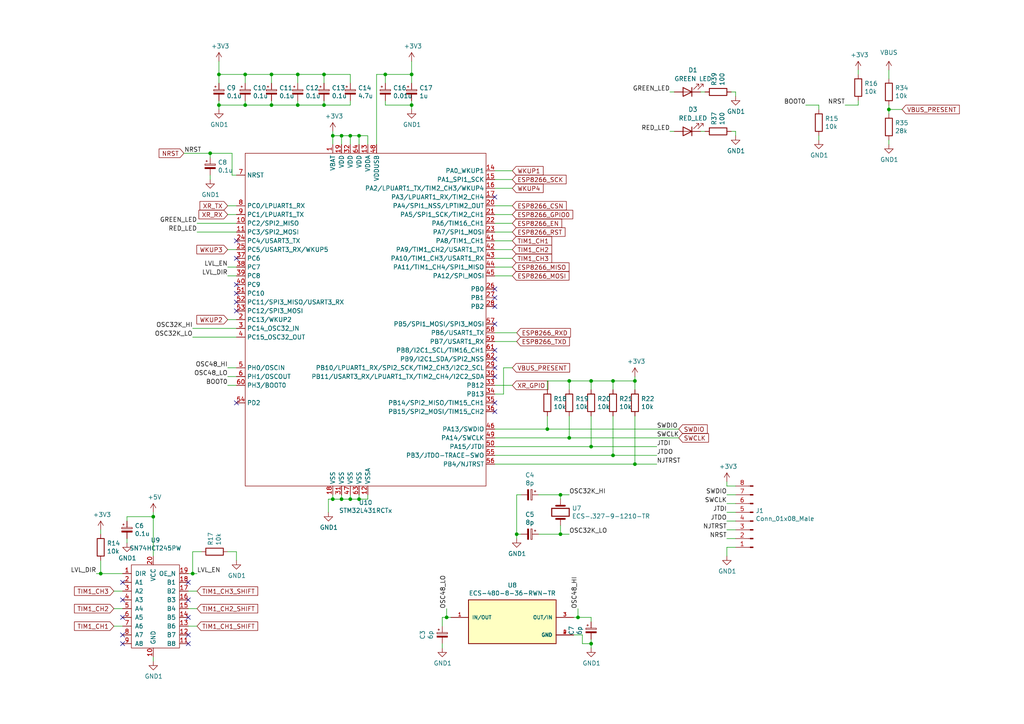
<source format=kicad_sch>
(kicad_sch (version 20230121) (generator eeschema)
  (paper "A4")
  (lib_symbols
    (symbol "Connector:Conn_01x08_Male" (pin_names (offset 1.016) hide)
      (property "Reference" "J" (at 0 10.16 0))
      (property "Value" "Conn_01x08_Male" (at 0 -12.7 0))
      (symbol "Conn_01x08_Male_1_1"
        (polyline (pts (xy 1.27 -10.16) (xy 0.8636 -10.16)) (stroke (width 0.1524)))
        (polyline (pts (xy 1.27 -7.62) (xy 0.8636 -7.62)) (stroke (width 0.1524)))
        (polyline (pts (xy 1.27 -5.08) (xy 0.8636 -5.08)) (stroke (width 0.1524)))
        (polyline (pts (xy 1.27 -2.54) (xy 0.8636 -2.54)) (stroke (width 0.1524)))
        (polyline (pts (xy 1.27 0) (xy 0.8636 0)) (stroke (width 0.1524)))
        (polyline (pts (xy 1.27 2.54) (xy 0.8636 2.54)) (stroke (width 0.1524)))
        (polyline (pts (xy 1.27 5.08) (xy 0.8636 5.08)) (stroke (width 0.1524)))
        (polyline (pts (xy 1.27 7.62) (xy 0.8636 7.62)) (stroke (width 0.1524)))
        (rectangle (start 0.8636 -10.033) (end 0 -10.287) (stroke (width 0.1524)) (fill (type outline)))
        (rectangle (start 0.8636 -7.493) (end 0 -7.747) (stroke (width 0.1524)) (fill (type outline)))
        (rectangle (start 0.8636 -4.953) (end 0 -5.207) (stroke (width 0.1524)) (fill (type outline)))
        (rectangle (start 0.8636 -2.413) (end 0 -2.667) (stroke (width 0.1524)) (fill (type outline)))
        (rectangle (start 0.8636 0.127) (end 0 -0.127) (stroke (width 0.1524)) (fill (type outline)))
        (rectangle (start 0.8636 2.667) (end 0 2.413) (stroke (width 0.1524)) (fill (type outline)))
        (rectangle (start 0.8636 5.207) (end 0 4.953) (stroke (width 0.1524)) (fill (type outline)))
        (rectangle (start 0.8636 7.747) (end 0 7.493) (stroke (width 0.1524)) (fill (type outline)))
        (pin passive line (at 5.08 7.62 180) (length 3.81) (name "Pin_1") (number "1"))
        (pin passive line (at 5.08 5.08 180) (length 3.81) (name "Pin_2") (number "2"))
        (pin passive line (at 5.08 2.54 180) (length 3.81) (name "Pin_3") (number "3"))
        (pin passive line (at 5.08 0 180) (length 3.81) (name "Pin_4") (number "4"))
        (pin passive line (at 5.08 -2.54 180) (length 3.81) (name "Pin_5") (number "5"))
        (pin passive line (at 5.08 -5.08 180) (length 3.81) (name "Pin_6") (number "6"))
        (pin passive line (at 5.08 -7.62 180) (length 3.81) (name "Pin_7") (number "7"))
        (pin passive line (at 5.08 -10.16 180) (length 3.81) (name "Pin_8") (number "8"))
      )
    )
    (symbol "Device:Crystal" (pin_numbers hide) (pin_names (offset 1.016) hide)
      (property "Reference" "Y" (at 0 3.81 0))
      (property "Value" "Crystal" (at 0 -3.81 0))
      (symbol "Crystal_0_1"
        (rectangle (start -1.143 2.54) (end 1.143 -2.54) (stroke (width 0.3048)))
        (polyline (pts (xy -2.54 0) (xy -1.905 0)))
        (polyline (pts (xy -1.905 -1.27) (xy -1.905 1.27)) (stroke (width 0.508)))
        (polyline (pts (xy 1.905 -1.27) (xy 1.905 1.27)) (stroke (width 0.508)))
        (polyline (pts (xy 2.54 0) (xy 1.905 0)))
      )
      (symbol "Crystal_1_1"
        (pin passive line (at -3.81 0 0) (length 1.27) (name "1") (number "1"))
        (pin passive line (at 3.81 0 180) (length 1.27) (name "2") (number "2"))
      )
    )
    (symbol "Device:LED" (pin_numbers hide) (pin_names (offset 1.016) hide)
      (property "Reference" "D" (at 0 2.54 0))
      (property "Value" "LED" (at 0 -2.54 0))
      (symbol "LED_0_1"
        (polyline (pts (xy -1.27 -1.27) (xy -1.27 1.27)) (stroke (width 0.254)))
        (polyline (pts (xy -1.27 0) (xy 1.27 0)))
        (polyline (pts (xy 1.27 -1.27) (xy 1.27 1.27) (xy -1.27 0) (xy 1.27 -1.27)) (stroke (width 0.254)))
        (polyline (pts (xy -3.048 -0.762) (xy -4.572 -2.286) (xy -3.81 -2.286) (xy -4.572 -2.286) (xy -4.572 -1.524)))
        (polyline (pts (xy -1.778 -0.762) (xy -3.302 -2.286) (xy -2.54 -2.286) (xy -3.302 -2.286) (xy -3.302 -1.524)))
      )
      (symbol "LED_1_1"
        (pin passive line (at -3.81 0 0) (length 2.54) (name "K") (number "1"))
        (pin passive line (at 3.81 0 180) (length 2.54) (name "A") (number "2"))
      )
    )
    (symbol "Device:R" (pin_numbers hide) (pin_names (offset 0))
      (property "Reference" "R" (at 2.032 0 90))
      (property "Value" "R" (at 0 0 90))
      (symbol "R_0_1"
        (rectangle (start -1.016 -2.54) (end 1.016 2.54) (stroke (width 0.254)))
      )
      (symbol "R_1_1"
        (pin passive line (at 0 3.81 270) (length 1.27) (name "~") (number "1"))
        (pin passive line (at 0 -3.81 90) (length 1.27) (name "~") (number "2"))
      )
    )
    (symbol "power:+5V" (power) (pin_names (offset 0))
      (property "Value" "+5V" (at 0 3.556 0))
      (symbol "+5V_0_1"
        (polyline (pts (xy -0.762 1.27) (xy 0 2.54)))
        (polyline (pts (xy 0 0) (xy 0 2.54)))
        (polyline (pts (xy 0 2.54) (xy 0.762 1.27)))
      )
      (symbol "+5V_1_1"
        (pin power_in line (at 0 0 90) (length 0) hide (name "+5V") (number "1"))
      )
    )
    (symbol "power:GND1" (power) (pin_names (offset 0))
      (property "Value" "GND1" (at 0 -3.81 0))
      (symbol "GND1_0_1"
        (polyline (pts (xy 0 0) (xy 0 -1.27) (xy 1.27 -1.27) (xy 0 -2.54) (xy -1.27 -1.27) (xy 0 -1.27)))
      )
      (symbol "GND1_1_1"
        (pin power_in line (at 0 0 270) (length 0) hide (name "GND1") (number "1"))
      )
    )
    (symbol "power:VBUS" (power) (pin_names (offset 0))
      (property "Value" "VBUS" (at 0 3.81 0))
      (symbol "VBUS_0_1"
        (polyline (pts (xy -0.762 1.27) (xy 0 2.54)))
        (polyline (pts (xy 0 0) (xy 0 2.54)))
        (polyline (pts (xy 0 2.54) (xy 0.762 1.27)))
      )
      (symbol "VBUS_1_1"
        (pin power_in line (at 0 0 90) (length 0) hide (name "VBUS") (number "1"))
      )
    )
    (symbol "spudglo_driver_v3p1-rescue:+3.3V-power" (power) (pin_names (offset 0))
      (property "Value" "+3.3V-power" (at 0 3.556 0))
      (symbol "+3.3V-power_0_1"
        (polyline (pts (xy -0.762 1.27) (xy 0 2.54)))
        (polyline (pts (xy 0 0) (xy 0 2.54)))
        (polyline (pts (xy 0 2.54) (xy 0.762 1.27)))
      )
      (symbol "+3.3V-power_1_1"
        (pin power_in line (at 0 0 90) (length 0) hide (name "+3V3") (number "1"))
      )
    )
    (symbol "spudglo_driver_v3p1-rescue:CP_Small-Device" (pin_numbers hide) (pin_names (offset 0.254) hide)
      (property "Reference" "C" (at 0.254 1.778 0))
      (property "Value" "CP_Small-Device" (at 0.254 -2.032 0))
      (symbol "CP_Small-Device_0_1"
        (rectangle (start -1.524 -0.3048) (end 1.524 -0.6858) (fill (type outline)))
        (rectangle (start -1.524 0.6858) (end 1.524 0.3048))
        (polyline (pts (xy -1.27 1.524) (xy -0.762 1.524)))
        (polyline (pts (xy -1.016 1.27) (xy -1.016 1.778)))
      )
      (symbol "CP_Small-Device_1_1"
        (pin passive line (at 0 2.54 270) (length 1.8542) (name "~") (number "1"))
        (pin passive line (at 0 -2.54 90) (length 1.8542) (name "~") (number "2"))
      )
    )
    (symbol "spudglo_driver_v3p1-rescue:ECS-480-8-36-RWN-TR-ECS-480-8-36-RWN-TR" (pin_names (offset 1.016))
      (property "Reference" "Y" (at -12.7254 7.6454 0))
      (property "Value" "ECS-480-8-36-RWN-TR-ECS-480-8-36-RWN-TR" (at -12.7 -7.62 0))
      (symbol "ECS-480-8-36-RWN-TR-ECS-480-8-36-RWN-TR_0_0"
        (rectangle (start -12.7 -5.08) (end 12.7 7.62) (stroke (width 0.254)) (fill (type background)))
        (pin bidirectional line (at -17.78 2.54 0) (length 5.08) (name "IN/OUT") (number "1"))
        (pin power_in line (at 17.78 -2.54 180) (length 5.08) (name "GND") (number "2"))
        (pin bidirectional line (at 17.78 2.54 180) (length 5.08) (name "OUT/IN") (number "3"))
        (pin power_in line (at 17.78 -2.54 180) (length 5.08) (name "GND") (number "4"))
      )
    )
    (symbol "spudglo_driver_v3p1-rescue:SN74HCT245PW-srw_custom" (pin_names (offset 1.016))
      (property "Reference" "U" (at -13.97 16.51 0))
      (property "Value" "SN74HCT245PW-srw_custom" (at 0 -34.29 0))
      (symbol "SN74HCT245PW-srw_custom_0_1"
        (rectangle (start 0 0) (end 13.97 -24.13))
      )
      (symbol "SN74HCT245PW-srw_custom_1_1"
        (pin input line (at -2.54 -2.54 0) (length 2.54) (name "DIR") (number "1"))
        (pin input line (at 6.35 -26.67 90) (length 2.54) (name "GND") (number "10"))
        (pin input line (at 16.51 -22.86 180) (length 2.54) (name "B8") (number "11"))
        (pin input line (at 16.51 -20.32 180) (length 2.54) (name "B7") (number "12"))
        (pin input line (at 16.51 -17.78 180) (length 2.54) (name "B6") (number "13"))
        (pin input line (at 16.51 -15.24 180) (length 2.54) (name "B5") (number "14"))
        (pin input line (at 16.51 -12.7 180) (length 2.54) (name "B4") (number "15"))
        (pin input line (at 16.51 -10.16 180) (length 2.54) (name "B3") (number "16"))
        (pin input line (at 16.51 -7.62 180) (length 2.54) (name "B2") (number "17"))
        (pin input line (at 16.51 -5.08 180) (length 2.54) (name "B1") (number "18"))
        (pin input line (at 16.51 -2.54 180) (length 2.54) (name "OE_N") (number "19"))
        (pin input line (at -2.54 -5.08 0) (length 2.54) (name "A1") (number "2"))
        (pin input line (at 6.35 2.54 270) (length 2.54) (name "VCC") (number "20"))
        (pin input line (at -2.54 -7.62 0) (length 2.54) (name "A2") (number "3"))
        (pin input line (at -2.54 -10.16 0) (length 2.54) (name "A3") (number "4"))
        (pin input line (at -2.54 -12.7 0) (length 2.54) (name "A4") (number "5"))
        (pin input line (at -2.54 -15.24 0) (length 2.54) (name "A5") (number "6"))
        (pin input line (at -2.54 -17.78 0) (length 2.54) (name "A6") (number "7"))
        (pin input line (at -2.54 -20.32 0) (length 2.54) (name "A7") (number "8"))
        (pin input line (at -2.54 -22.86 0) (length 2.54) (name "A8") (number "9"))
      )
    )
    (symbol "spudglo_driver_v3p1-rescue:STM32L431RCTx-MCU_ST_STM32L4"
      (property "Reference" "U" (at -6.35 29.21 0))
      (property "Value" "STM32L431RCTx-MCU_ST_STM32L4" (at -8.89 -72.39 0))
      (symbol "STM32L431RCTx-MCU_ST_STM32L4_0_1"
        (rectangle (start -8.89 26.67) (end 60.96 -69.85))
      )
      (symbol "STM32L431RCTx-MCU_ST_STM32L4_1_1"
        (pin power_in line (at 16.51 29.21 270) (length 2.54) (name "VBAT") (number "1"))
        (pin bidirectional line (at -11.43 6.35 0) (length 2.54) (name "PC2/SPI2_MISO") (number "10"))
        (pin bidirectional line (at -11.43 3.81 0) (length 2.54) (name "PC3/SPI2_MOSI") (number "11"))
        (pin power_in line (at 26.67 -72.39 90) (length 2.54) (name "VSSA") (number "12"))
        (pin power_in line (at 26.67 29.21 270) (length 2.54) (name "VDDA") (number "13"))
        (pin bidirectional line (at 63.5 21.59 180) (length 2.54) (name "PA0_WKUP1") (number "14"))
        (pin bidirectional line (at 63.5 19.05 180) (length 2.54) (name "PA1_SPI1_SCK") (number "15"))
        (pin bidirectional line (at 63.5 16.51 180) (length 2.54) (name "PA2/LPUART1_TX/TIM2_CH3/WKUP4") (number "16"))
        (pin bidirectional line (at 63.5 13.97 180) (length 2.54) (name "PA3/LPUART1_RX/TIM2_CH4") (number "17"))
        (pin power_in line (at 16.51 -72.39 90) (length 2.54) (name "VSS") (number "18"))
        (pin power_in line (at 19.05 29.21 270) (length 2.54) (name "VDD") (number "19"))
        (pin bidirectional line (at -11.43 -21.59 0) (length 2.54) (name "PC13/WKUP2") (number "2"))
        (pin bidirectional line (at 63.5 11.43 180) (length 2.54) (name "PA4/SPI1_NSS/LPTIM2_OUT") (number "20"))
        (pin bidirectional line (at 63.5 8.89 180) (length 2.54) (name "PA5/SPI1_SCK/TIM2_CH1") (number "21"))
        (pin bidirectional line (at 63.5 6.35 180) (length 2.54) (name "PA6/TIM16_CH1") (number "22"))
        (pin bidirectional line (at 63.5 3.81 180) (length 2.54) (name "PA7/SPI1_MOSI") (number "23"))
        (pin bidirectional line (at -11.43 1.27 0) (length 2.54) (name "PC4/USART3_TX") (number "24"))
        (pin bidirectional line (at -11.43 -1.27 0) (length 2.54) (name "PC5/USART3_RX/WKUP5") (number "25"))
        (pin bidirectional line (at 63.5 -12.7 180) (length 2.54) (name "PB0") (number "26"))
        (pin bidirectional line (at 63.5 -15.24 180) (length 2.54) (name "PB1") (number "27"))
        (pin bidirectional line (at 63.5 -17.78 180) (length 2.54) (name "PB2") (number "28"))
        (pin bidirectional line (at 63.5 -35.56 180) (length 2.54) (name "PB10/LPUART1_RX/SPI2_SCK/TIM2_CH3/I2C2_SCL") (number "29"))
        (pin bidirectional line (at -11.43 -24.13 0) (length 2.54) (name "PC14_OSC32_IN") (number "3"))
        (pin bidirectional line (at 63.5 -38.1 180) (length 2.54) (name "PB11/USART3_RX/LPUART1_TX/TIM2_CH4/I2C2_SDA") (number "30"))
        (pin power_in line (at 19.05 -72.39 90) (length 2.54) (name "VSS") (number "31"))
        (pin power_in line (at 21.59 29.21 270) (length 2.54) (name "VDD") (number "32"))
        (pin bidirectional line (at 63.5 -40.64 180) (length 2.54) (name "PB12") (number "33"))
        (pin bidirectional line (at 63.5 -43.18 180) (length 2.54) (name "PB13") (number "34"))
        (pin bidirectional line (at 63.5 -45.72 180) (length 2.54) (name "PB14/SPI2_MISO/TIM15_CH1") (number "35"))
        (pin bidirectional line (at 63.5 -48.26 180) (length 2.54) (name "PB15/SPI2_MOSI/TIM15_CH2") (number "36"))
        (pin bidirectional line (at -11.43 -3.81 0) (length 2.54) (name "PC6") (number "37"))
        (pin bidirectional line (at -11.43 -6.35 0) (length 2.54) (name "PC7") (number "38"))
        (pin bidirectional line (at -11.43 -8.89 0) (length 2.54) (name "PC8") (number "39"))
        (pin bidirectional line (at -11.43 -26.67 0) (length 2.54) (name "PC15_OSC32_OUT") (number "4"))
        (pin bidirectional line (at -11.43 -11.43 0) (length 2.54) (name "PC9") (number "40"))
        (pin bidirectional line (at 63.5 1.27 180) (length 2.54) (name "PA8/TIM1_CH1") (number "41"))
        (pin bidirectional line (at 63.5 -1.27 180) (length 2.54) (name "PA9/TIM1_CH2/USART1_TX") (number "42"))
        (pin bidirectional line (at 63.5 -3.81 180) (length 2.54) (name "PA10/TIM1_CH3/USART1_RX") (number "43"))
        (pin bidirectional line (at 63.5 -6.35 180) (length 2.54) (name "PA11/TIM1_CH4/SPI1_MISO") (number "44"))
        (pin bidirectional line (at 63.5 -8.89 180) (length 2.54) (name "PA12/SPI_MOSI") (number "45"))
        (pin bidirectional line (at 63.5 -53.34 180) (length 2.54) (name "PA13/SWDIO") (number "46"))
        (pin power_in line (at 21.59 -72.39 90) (length 2.54) (name "VSS") (number "47"))
        (pin power_in line (at 29.21 29.21 270) (length 2.54) (name "VDDUSB") (number "48"))
        (pin bidirectional line (at 63.5 -55.88 180) (length 2.54) (name "PA14/SWCLK") (number "49"))
        (pin input line (at -11.43 -35.56 0) (length 2.54) (name "PH0/OSCIN") (number "5"))
        (pin bidirectional line (at 63.5 -58.42 180) (length 2.54) (name "PA15/JTDI") (number "50"))
        (pin bidirectional line (at -11.43 -13.97 0) (length 2.54) (name "PC10") (number "51"))
        (pin bidirectional line (at -11.43 -16.51 0) (length 2.54) (name "PC11/SPI3_MISO/USART3_RX") (number "52"))
        (pin bidirectional line (at -11.43 -19.05 0) (length 2.54) (name "PC12/SPI3_MOSI") (number "53"))
        (pin bidirectional line (at -11.43 -45.72 0) (length 2.54) (name "PD2") (number "54"))
        (pin bidirectional line (at 63.5 -60.96 180) (length 2.54) (name "PB3/JTDO-TRACE-SWO") (number "55"))
        (pin bidirectional line (at 63.5 -63.5 180) (length 2.54) (name "PB4/NJTRST") (number "56"))
        (pin bidirectional line (at 63.5 -22.86 180) (length 2.54) (name "PB5/SPI1_MOSI/SPI3_MOSI") (number "57"))
        (pin bidirectional line (at 63.5 -25.4 180) (length 2.54) (name "PB6/USART1_TX") (number "58"))
        (pin bidirectional line (at 63.5 -27.94 180) (length 2.54) (name "PB7/USART1_RX") (number "59"))
        (pin input line (at -11.43 -38.1 0) (length 2.54) (name "PH1/OSCOUT") (number "6"))
        (pin bidirectional line (at -11.43 -40.64 0) (length 2.54) (name "PH3/BOOT0") (number "60"))
        (pin bidirectional line (at 63.5 -30.48 180) (length 2.54) (name "PB8/I2C1_SCL/TIM16_CH1") (number "61"))
        (pin bidirectional line (at 63.5 -33.02 180) (length 2.54) (name "PB9/I2C1_SDA/SPI2_NSS") (number "62"))
        (pin power_in line (at 24.13 -72.39 90) (length 2.54) (name "VSS") (number "63"))
        (pin power_in line (at 24.13 29.21 270) (length 2.54) (name "VDD") (number "64"))
        (pin input line (at -11.43 20.32 0) (length 2.54) (name "NRST") (number "7"))
        (pin bidirectional line (at -11.43 11.43 0) (length 2.54) (name "PC0/LPUART1_RX") (number "8"))
        (pin bidirectional line (at -11.43 8.89 0) (length 2.54) (name "PC1/LPUART1_TX") (number "9"))
      )
    )
  )
  (junction (at 99.06 144.78))
  (junction (at 104.14 144.78))
  (junction (at 171.45 186.69))
  (junction (at 93.98 30.48))
  (junction (at 184.15 110.49))
  (junction (at 111.76 21.59))
  (junction (at 162.56 154.94))
  (junction (at 86.36 30.48))
  (junction (at 165.1 110.49))
  (junction (at 171.45 110.49))
  (junction (at 129.54 179.07))
  (junction (at 96.52 39.37))
  (junction (at 184.15 134.62))
  (junction (at 71.12 30.48))
  (junction (at 101.6 39.37))
  (junction (at 158.75 124.46))
  (junction (at 96.52 144.78))
  (junction (at 60.96 44.45))
  (junction (at 171.45 129.54))
  (junction (at 119.38 30.48))
  (junction (at 63.5 30.48))
  (junction (at 177.8 110.49))
  (junction (at 104.14 39.37))
  (junction (at 119.38 21.59))
  (junction (at 167.64 179.07))
  (junction (at 78.74 21.59))
  (junction (at 78.74 30.48))
  (junction (at 86.36 21.59))
  (junction (at 177.8 132.08))
  (junction (at 93.98 21.59))
  (junction (at 29.21 166.37))
  (junction (at 63.5 21.59))
  (junction (at 162.56 143.51))
  (junction (at 71.12 21.59))
  (junction (at 257.81 31.75))
  (junction (at 149.86 154.94))
  (junction (at 165.1 127))
  (junction (at 101.6 144.78))
  (junction (at 55.88 166.37))
  (junction (at 44.45 149.86))
  (junction (at 99.06 39.37))
  (no_connect (at 143.51 88.9))
  (no_connect (at 54.61 173.99))
  (no_connect (at 68.58 69.85))
  (no_connect (at 68.58 116.84))
  (no_connect (at 68.58 87.63))
  (no_connect (at 143.51 106.68))
  (no_connect (at 68.58 74.93))
  (no_connect (at 54.61 168.91))
  (no_connect (at 143.51 86.36))
  (no_connect (at 143.51 119.38))
  (no_connect (at 54.61 184.15))
  (no_connect (at 143.51 57.15))
  (no_connect (at 143.51 104.14))
  (no_connect (at 143.51 109.22))
  (no_connect (at 143.51 83.82))
  (no_connect (at 143.51 101.6))
  (no_connect (at 68.58 82.55))
  (no_connect (at 35.56 186.69))
  (no_connect (at 35.56 184.15))
  (no_connect (at 143.51 116.84))
  (no_connect (at 54.61 179.07))
  (no_connect (at 68.58 85.09))
  (no_connect (at 68.58 90.17))
  (no_connect (at 35.56 179.07))
  (no_connect (at 143.51 93.98))
  (no_connect (at 35.56 173.99))
  (no_connect (at 54.61 186.69))
  (no_connect (at 35.56 168.91))
  (wire (pts (xy 158.75 110.49) (xy 165.1 110.49)))
  (wire (pts (xy 86.36 30.48) (xy 86.36 29.21)))
  (wire (pts (xy 165.1 120.65) (xy 165.1 127)))
  (wire (pts (xy 203.2 38.1) (xy 204.47 38.1)))
  (wire (pts (xy 128.27 187.96) (xy 128.27 186.69)))
  (wire (pts (xy 177.8 132.08) (xy 190.5 132.08)))
  (wire (pts (xy 143.51 114.3) (xy 146.05 114.3)))
  (wire (pts (xy 54.61 166.37) (xy 55.88 166.37)))
  (wire (pts (xy 55.88 166.37) (xy 57.15 166.37)))
  (wire (pts (xy 104.14 144.78) (xy 106.68 144.78)))
  (wire (pts (xy 68.58 50.8) (xy 67.31 50.8)))
  (wire (pts (xy 66.04 160.02) (xy 68.58 160.02)))
  (wire (pts (xy 143.51 62.23) (xy 148.59 62.23)))
  (wire (pts (xy 78.74 30.48) (xy 78.74 29.21)))
  (wire (pts (xy 143.51 80.01) (xy 148.59 80.01)))
  (wire (pts (xy 63.5 30.48) (xy 71.12 30.48)))
  (wire (pts (xy 257.81 31.75) (xy 257.81 33.02)))
  (wire (pts (xy 210.82 146.05) (xy 213.36 146.05)))
  (wire (pts (xy 106.68 144.78) (xy 106.68 143.51)))
  (wire (pts (xy 101.6 144.78) (xy 101.6 143.51)))
  (wire (pts (xy 119.38 24.13) (xy 119.38 21.59)))
  (wire (pts (xy 212.09 26.67) (xy 213.36 26.67)))
  (wire (pts (xy 128.27 179.07) (xy 128.27 181.61)))
  (wire (pts (xy 148.59 54.61) (xy 143.51 54.61)))
  (wire (pts (xy 213.36 26.67) (xy 213.36 27.94)))
  (wire (pts (xy 33.02 176.53) (xy 35.56 176.53)))
  (wire (pts (xy 93.98 30.48) (xy 101.6 30.48)))
  (wire (pts (xy 86.36 21.59) (xy 93.98 21.59)))
  (wire (pts (xy 78.74 24.13) (xy 78.74 21.59)))
  (wire (pts (xy 101.6 39.37) (xy 99.06 39.37)))
  (wire (pts (xy 96.52 39.37) (xy 96.52 38.1)))
  (wire (pts (xy 203.2 26.67) (xy 204.47 26.67)))
  (wire (pts (xy 167.64 176.53) (xy 167.64 179.07)))
  (wire (pts (xy 67.31 44.45) (xy 60.96 44.45)))
  (wire (pts (xy 148.59 111.76) (xy 143.51 111.76)))
  (wire (pts (xy 55.88 95.25) (xy 68.58 95.25)))
  (wire (pts (xy 213.36 38.1) (xy 213.36 39.37)))
  (wire (pts (xy 130.81 179.07) (xy 129.54 179.07)))
  (wire (pts (xy 111.76 21.59) (xy 111.76 24.13)))
  (wire (pts (xy 165.1 110.49) (xy 171.45 110.49)))
  (wire (pts (xy 63.5 30.48) (xy 63.5 31.75)))
  (wire (pts (xy 119.38 29.21) (xy 119.38 30.48)))
  (wire (pts (xy 29.21 154.94) (xy 29.21 153.67)))
  (wire (pts (xy 101.6 41.91) (xy 101.6 39.37)))
  (wire (pts (xy 66.04 109.22) (xy 68.58 109.22)))
  (wire (pts (xy 104.14 41.91) (xy 104.14 39.37)))
  (wire (pts (xy 143.51 72.39) (xy 148.59 72.39)))
  (wire (pts (xy 71.12 30.48) (xy 71.12 29.21)))
  (wire (pts (xy 101.6 21.59) (xy 93.98 21.59)))
  (wire (pts (xy 129.54 176.53) (xy 129.54 179.07)))
  (wire (pts (xy 96.52 144.78) (xy 99.06 144.78)))
  (wire (pts (xy 27.94 166.37) (xy 29.21 166.37)))
  (wire (pts (xy 212.09 38.1) (xy 213.36 38.1)))
  (wire (pts (xy 194.31 26.67) (xy 195.58 26.67)))
  (wire (pts (xy 143.51 124.46) (xy 158.75 124.46)))
  (wire (pts (xy 143.51 77.47) (xy 148.59 77.47)))
  (wire (pts (xy 66.04 106.68) (xy 68.58 106.68)))
  (wire (pts (xy 233.68 30.48) (xy 237.49 30.48)))
  (wire (pts (xy 93.98 29.21) (xy 93.98 30.48)))
  (wire (pts (xy 111.76 21.59) (xy 119.38 21.59)))
  (wire (pts (xy 57.15 67.31) (xy 68.58 67.31)))
  (wire (pts (xy 96.52 144.78) (xy 96.52 143.51)))
  (wire (pts (xy 119.38 31.75) (xy 119.38 30.48)))
  (wire (pts (xy 194.31 38.1) (xy 195.58 38.1)))
  (wire (pts (xy 143.51 52.07) (xy 148.59 52.07)))
  (wire (pts (xy 57.15 64.77) (xy 68.58 64.77)))
  (wire (pts (xy 63.5 21.59) (xy 63.5 17.78)))
  (wire (pts (xy 63.5 24.13) (xy 63.5 21.59)))
  (wire (pts (xy 63.5 29.21) (xy 63.5 30.48)))
  (wire (pts (xy 101.6 144.78) (xy 104.14 144.78)))
  (wire (pts (xy 99.06 144.78) (xy 101.6 144.78)))
  (wire (pts (xy 171.45 110.49) (xy 171.45 113.03)))
  (wire (pts (xy 210.82 158.75) (xy 210.82 161.29)))
  (wire (pts (xy 44.45 191.77) (xy 44.45 190.5)))
  (wire (pts (xy 71.12 30.48) (xy 78.74 30.48)))
  (wire (pts (xy 210.82 153.67) (xy 213.36 153.67)))
  (wire (pts (xy 33.02 181.61) (xy 35.56 181.61)))
  (wire (pts (xy 66.04 59.69) (xy 68.58 59.69)))
  (wire (pts (xy 71.12 21.59) (xy 78.74 21.59)))
  (wire (pts (xy 44.45 149.86) (xy 44.45 161.29)))
  (wire (pts (xy 166.37 184.15) (xy 168.91 184.15)))
  (wire (pts (xy 177.8 110.49) (xy 171.45 110.49)))
  (wire (pts (xy 171.45 179.07) (xy 167.64 179.07)))
  (wire (pts (xy 29.21 162.56) (xy 29.21 166.37)))
  (wire (pts (xy 257.81 31.75) (xy 261.62 31.75)))
  (wire (pts (xy 149.86 154.94) (xy 151.13 154.94)))
  (wire (pts (xy 213.36 140.97) (xy 210.82 140.97)))
  (wire (pts (xy 143.51 134.62) (xy 184.15 134.62)))
  (wire (pts (xy 257.81 40.64) (xy 257.81 41.91)))
  (wire (pts (xy 66.04 111.76) (xy 68.58 111.76)))
  (wire (pts (xy 171.45 180.34) (xy 171.45 179.07)))
  (wire (pts (xy 63.5 21.59) (xy 71.12 21.59)))
  (wire (pts (xy 55.88 160.02) (xy 58.42 160.02)))
  (wire (pts (xy 210.82 151.13) (xy 213.36 151.13)))
  (wire (pts (xy 177.8 113.03) (xy 177.8 110.49)))
  (wire (pts (xy 162.56 143.51) (xy 165.1 143.51)))
  (wire (pts (xy 119.38 21.59) (xy 119.38 17.78)))
  (wire (pts (xy 101.6 29.21) (xy 101.6 30.48)))
  (wire (pts (xy 53.34 44.45) (xy 60.96 44.45)))
  (wire (pts (xy 143.51 99.06) (xy 149.86 99.06)))
  (wire (pts (xy 171.45 129.54) (xy 171.45 120.65)))
  (wire (pts (xy 111.76 29.21) (xy 111.76 30.48)))
  (wire (pts (xy 78.74 21.59) (xy 86.36 21.59)))
  (wire (pts (xy 210.82 148.59) (xy 213.36 148.59)))
  (wire (pts (xy 210.82 143.51) (xy 213.36 143.51)))
  (wire (pts (xy 36.83 156.21) (xy 36.83 157.48)))
  (wire (pts (xy 146.05 114.3) (xy 146.05 106.68)))
  (wire (pts (xy 184.15 113.03) (xy 184.15 110.49)))
  (wire (pts (xy 248.92 21.59) (xy 248.92 20.32)))
  (wire (pts (xy 248.92 30.48) (xy 248.92 29.21)))
  (wire (pts (xy 168.91 186.69) (xy 171.45 186.69)))
  (wire (pts (xy 184.15 134.62) (xy 184.15 120.65)))
  (wire (pts (xy 143.51 59.69) (xy 148.59 59.69)))
  (wire (pts (xy 143.51 74.93) (xy 148.59 74.93)))
  (wire (pts (xy 109.22 21.59) (xy 111.76 21.59)))
  (wire (pts (xy 237.49 31.75) (xy 237.49 30.48)))
  (wire (pts (xy 177.8 110.49) (xy 184.15 110.49)))
  (wire (pts (xy 177.8 132.08) (xy 143.51 132.08)))
  (wire (pts (xy 171.45 186.69) (xy 171.45 185.42)))
  (wire (pts (xy 149.86 154.94) (xy 149.86 143.51)))
  (wire (pts (xy 213.36 158.75) (xy 210.82 158.75)))
  (wire (pts (xy 143.51 129.54) (xy 171.45 129.54)))
  (wire (pts (xy 95.25 148.59) (xy 95.25 144.78)))
  (wire (pts (xy 104.14 39.37) (xy 101.6 39.37)))
  (wire (pts (xy 167.64 179.07) (xy 166.37 179.07)))
  (wire (pts (xy 106.68 41.91) (xy 106.68 39.37)))
  (wire (pts (xy 36.83 151.13) (xy 36.83 149.86)))
  (wire (pts (xy 99.06 39.37) (xy 96.52 39.37)))
  (wire (pts (xy 96.52 41.91) (xy 96.52 39.37)))
  (wire (pts (xy 60.96 45.72) (xy 60.96 44.45)))
  (wire (pts (xy 158.75 124.46) (xy 196.85 124.46)))
  (wire (pts (xy 237.49 40.64) (xy 237.49 39.37)))
  (wire (pts (xy 101.6 24.13) (xy 101.6 21.59)))
  (wire (pts (xy 109.22 21.59) (xy 109.22 41.91)))
  (wire (pts (xy 143.51 96.52) (xy 149.86 96.52)))
  (wire (pts (xy 54.61 176.53) (xy 57.15 176.53)))
  (wire (pts (xy 119.38 30.48) (xy 111.76 30.48)))
  (wire (pts (xy 162.56 144.78) (xy 162.56 143.51)))
  (wire (pts (xy 165.1 127) (xy 143.51 127)))
  (wire (pts (xy 93.98 21.59) (xy 93.98 24.13)))
  (wire (pts (xy 257.81 20.32) (xy 257.81 22.86)))
  (wire (pts (xy 143.51 64.77) (xy 148.59 64.77)))
  (wire (pts (xy 66.04 92.71) (xy 68.58 92.71)))
  (wire (pts (xy 104.14 143.51) (xy 104.14 144.78)))
  (wire (pts (xy 143.51 49.53) (xy 148.59 49.53)))
  (wire (pts (xy 99.06 143.51) (xy 99.06 144.78)))
  (wire (pts (xy 156.21 143.51) (xy 162.56 143.51)))
  (wire (pts (xy 184.15 134.62) (xy 190.5 134.62)))
  (wire (pts (xy 86.36 24.13) (xy 86.36 21.59)))
  (wire (pts (xy 184.15 110.49) (xy 184.15 109.22)))
  (wire (pts (xy 149.86 143.51) (xy 151.13 143.51)))
  (wire (pts (xy 99.06 41.91) (xy 99.06 39.37)))
  (wire (pts (xy 68.58 160.02) (xy 68.58 162.56)))
  (wire (pts (xy 149.86 156.21) (xy 149.86 154.94)))
  (wire (pts (xy 162.56 152.4) (xy 162.56 154.94)))
  (wire (pts (xy 245.11 30.48) (xy 248.92 30.48)))
  (wire (pts (xy 66.04 62.23) (xy 68.58 62.23)))
  (wire (pts (xy 95.25 144.78) (xy 96.52 144.78)))
  (wire (pts (xy 55.88 97.79) (xy 68.58 97.79)))
  (wire (pts (xy 66.04 80.01) (xy 68.58 80.01)))
  (wire (pts (xy 78.74 30.48) (xy 86.36 30.48)))
  (wire (pts (xy 162.56 154.94) (xy 165.1 154.94)))
  (wire (pts (xy 143.51 69.85) (xy 148.59 69.85)))
  (wire (pts (xy 158.75 124.46) (xy 158.75 120.65)))
  (wire (pts (xy 44.45 148.59) (xy 44.45 149.86)))
  (wire (pts (xy 129.54 179.07) (xy 128.27 179.07)))
  (wire (pts (xy 143.51 67.31) (xy 148.59 67.31)))
  (wire (pts (xy 93.98 30.48) (xy 86.36 30.48)))
  (wire (pts (xy 177.8 132.08) (xy 177.8 120.65)))
  (wire (pts (xy 67.31 50.8) (xy 67.31 44.45)))
  (wire (pts (xy 35.56 166.37) (xy 29.21 166.37)))
  (wire (pts (xy 60.96 52.07) (xy 60.96 50.8)))
  (wire (pts (xy 158.75 113.03) (xy 158.75 110.49)))
  (wire (pts (xy 33.02 171.45) (xy 35.56 171.45)))
  (wire (pts (xy 36.83 149.86) (xy 44.45 149.86)))
  (wire (pts (xy 106.68 39.37) (xy 104.14 39.37)))
  (wire (pts (xy 66.04 77.47) (xy 68.58 77.47)))
  (wire (pts (xy 66.04 72.39) (xy 68.58 72.39)))
  (wire (pts (xy 54.61 181.61) (xy 57.15 181.61)))
  (wire (pts (xy 165.1 127) (xy 196.85 127)))
  (wire (pts (xy 55.88 166.37) (xy 55.88 160.02)))
  (wire (pts (xy 146.05 106.68) (xy 148.59 106.68)))
  (wire (pts (xy 210.82 156.21) (xy 213.36 156.21)))
  (wire (pts (xy 54.61 171.45) (xy 57.15 171.45)))
  (wire (pts (xy 257.81 30.48) (xy 257.81 31.75)))
  (wire (pts (xy 171.45 187.96) (xy 171.45 186.69)))
  (wire (pts (xy 71.12 24.13) (xy 71.12 21.59)))
  (wire (pts (xy 156.21 154.94) (xy 162.56 154.94)))
  (wire (pts (xy 210.82 140.97) (xy 210.82 139.7)))
  (wire (pts (xy 168.91 184.15) (xy 168.91 186.69)))
  (wire (pts (xy 165.1 113.03) (xy 165.1 110.49)))
  (wire (pts (xy 171.45 129.54) (xy 190.5 129.54)))
  (label "NRST" (at 245.11 30.48 180))
  (label "OSC32K_HI" (at 165.1 143.51 0))
  (label "LVL_EN" (at 57.15 166.37 0))
  (label "SWCLK" (at 210.82 146.05 180))
  (label "OSC32K_HI" (at 55.88 95.25 180))
  (label "SWDIO" (at 210.82 143.51 180))
  (label "NJTRST" (at 210.82 153.67 180))
  (label "NRST" (at 210.82 156.21 180))
  (label "JTDO" (at 210.82 151.13 180))
  (label "RED_LED" (at 57.15 67.31 180))
  (label "NJTRST" (at 190.5 134.62 0))
  (label "GREEN_LED" (at 57.15 64.77 180))
  (label "OSC48_HI" (at 66.04 106.68 180))
  (label "JTDI" (at 210.82 148.59 180))
  (label "GREEN_LED" (at 194.31 26.67 180))
  (label "JTDO" (at 190.5 132.08 0))
  (label "BOOT0" (at 66.04 111.76 180))
  (label "SWCLK" (at 190.5 127 0))
  (label "BOOT0" (at 233.68 30.48 180))
  (label "OSC32K_LO" (at 165.1 154.94 0))
  (label "JTDI" (at 190.5 129.54 0))
  (label "RED_LED" (at 194.31 38.1 180))
  (label "LVL_EN" (at 66.04 77.47 180))
  (label "LVL_DIR" (at 27.94 166.37 180))
  (label "OSC48_LO" (at 129.54 176.53 90))
  (label "OSC48_LO" (at 66.04 109.22 180))
  (label "OSC48_HI" (at 167.64 176.53 90))
  (label "SWDIO" (at 190.5 124.46 0))
  (label "NRST" (at 58.42 44.45 180))
  (label "LVL_DIR" (at 66.04 80.01 180))
  (label "OSC32K_LO" (at 55.88 97.79 180))
  (global_label "ESP8266_EN" (shape input) (at 148.59 64.77 0) (property "Intersheetrefs" "${INTERSHEET_REFS}" (effects hide)))
  (global_label "ESP8266_RST" (shape input) (at 148.59 67.31 0) (property "Intersheetrefs" "${INTERSHEET_REFS}" (effects hide)))
  (global_label "SWCLK" (shape input) (at 196.85 127 0) (property "Intersheetrefs" "${INTERSHEET_REFS}" (effects hide)))
  (global_label "SWDIO" (shape input) (at 196.85 124.46 0) (property "Intersheetrefs" "${INTERSHEET_REFS}" (effects hide)))
  (global_label "XR_RX" (shape input) (at 66.04 62.23 180) (property "Intersheetrefs" "${INTERSHEET_REFS}" (effects hide)))
  (global_label "TIM1_CH2" (shape input) (at 33.02 176.53 180) (property "Intersheetrefs" "${INTERSHEET_REFS}" (effects hide)))
  (global_label "WKUP1" (shape input) (at 148.59 49.53 0) (property "Intersheetrefs" "${INTERSHEET_REFS}" (effects hide)))
  (global_label "ESP8266_CSN" (shape input) (at 148.59 59.69 0) (property "Intersheetrefs" "${INTERSHEET_REFS}" (effects hide)))
  (global_label "XR_GPIO" (shape input) (at 148.59 111.76 0) (property "Intersheetrefs" "${INTERSHEET_REFS}" (effects hide)))
  (global_label "ESP8266_GPIO0" (shape input) (at 148.59 62.23 0) (property "Intersheetrefs" "${INTERSHEET_REFS}" (effects hide)))
  (global_label "VBUS_PRESENT" (shape input) (at 261.62 31.75 0) (property "Intersheetrefs" "${INTERSHEET_REFS}" (effects hide)))
  (global_label "ESP8266_TXD" (shape input) (at 149.86 99.06 0) (property "Intersheetrefs" "${INTERSHEET_REFS}" (effects hide)))
  (global_label "ESP8266_MOSI" (shape input) (at 148.59 80.01 0) (property "Intersheetrefs" "${INTERSHEET_REFS}" (effects hide)))
  (global_label "TIM1_CH1_SHIFT" (shape input) (at 57.15 181.61 0) (property "Intersheetrefs" "${INTERSHEET_REFS}" (effects hide)))
  (global_label "NRST" (shape input) (at 53.34 44.45 180) (property "Intersheetrefs" "${INTERSHEET_REFS}" (effects hide)))
  (global_label "TIM1_CH3" (shape input) (at 33.02 171.45 180) (property "Intersheetrefs" "${INTERSHEET_REFS}" (effects hide)))
  (global_label "WKUP3" (shape input) (at 66.04 72.39 180) (property "Intersheetrefs" "${INTERSHEET_REFS}" (effects hide)))
  (global_label "ESP8266_MISO" (shape input) (at 148.59 77.47 0) (property "Intersheetrefs" "${INTERSHEET_REFS}" (effects hide)))
  (global_label "ESP8266_RXD" (shape input) (at 149.86 96.52 0) (property "Intersheetrefs" "${INTERSHEET_REFS}" (effects hide)))
  (global_label "TIM1_CH3" (shape input) (at 148.59 74.93 0) (property "Intersheetrefs" "${INTERSHEET_REFS}" (effects hide)))
  (global_label "TIM1_CH1" (shape input) (at 33.02 181.61 180) (property "Intersheetrefs" "${INTERSHEET_REFS}" (effects hide)))
  (global_label "TIM1_CH2_SHIFT" (shape input) (at 57.15 176.53 0) (property "Intersheetrefs" "${INTERSHEET_REFS}" (effects hide)))
  (global_label "TIM1_CH2" (shape input) (at 148.59 72.39 0) (property "Intersheetrefs" "${INTERSHEET_REFS}" (effects hide)))
  (global_label "ESP8266_SCK" (shape input) (at 148.59 52.07 0) (property "Intersheetrefs" "${INTERSHEET_REFS}" (effects hide)))
  (global_label "WKUP4" (shape input) (at 148.59 54.61 0) (property "Intersheetrefs" "${INTERSHEET_REFS}" (effects hide)))
  (global_label "TIM1_CH3_SHIFT" (shape input) (at 57.15 171.45 0) (property "Intersheetrefs" "${INTERSHEET_REFS}" (effects hide)))
  (global_label "WKUP2" (shape input) (at 66.04 92.71 180) (property "Intersheetrefs" "${INTERSHEET_REFS}" (effects hide)))
  (global_label "VBUS_PRESENT" (shape input) (at 148.59 106.68 0) (property "Intersheetrefs" "${INTERSHEET_REFS}" (effects hide)))
  (global_label "TIM1_CH1" (shape input) (at 148.59 69.85 0) (property "Intersheetrefs" "${INTERSHEET_REFS}" (effects hide)))
  (global_label "XR_TX" (shape input) (at 66.04 59.69 180) (property "Intersheetrefs" "${INTERSHEET_REFS}" (effects hide)))
  (symbol (lib_id "Device:LED") (at 199.39 38.1 180) (unit 1)
    (property "Reference" "D3" (at 200.9775 31.75 0))
    (property "Value" "RED_LED" (at 200.9775 34.29 0))
    (property "Footprint" "LED_SMD:LED_0603_1608Metric" (effects hide))
    (property "Datasheet" "C389517" (effects hide))
  )
  (symbol (lib_id "spudglo_driver_v3p1-rescue:STM32L431RCTx-MCU_ST_STM32L4") (at 80.01 71.12 0) (unit 1)
    (property "Reference" "U10" (at 106.045 145.7706 0))
    (property "Value" "STM32L431RCTx" (at 106.045 148.082 0))
    (property "Footprint" "Package_QFP:LQFP-64_10x10mm_P0.5mm" (effects hide))
    (property "Datasheet" "http://www.st.com/st-web-ui/static/active/en/resource/technical/document/datasheet/DM00257211.pdf" (effects hide))
  )
  (symbol (lib_id "Device:R") (at 171.45 116.84 0) (unit 1)
    (property "Reference" "R20" (at 173.228 115.6716 0) (effects (justify left)))
    (property "Value" "10k" (at 173.228 117.983 0) (effects (justify left)))
    (property "Footprint" "Resistor_SMD:R_0603_1608Metric_Pad0.98x0.95mm_HandSolder" (effects hide))
  )
  (symbol (lib_id "spudglo_driver_v3p1-rescue:CP_Small-Device") (at 63.5 26.67 0) (unit 1)
    (property "Reference" "C9" (at 65.7352 25.5016 0) (effects (justify left)))
    (property "Value" "0.1u" (at 65.7352 27.813 0) (effects (justify left)))
    (property "Footprint" "Capacitor_SMD:C_0603_1608Metric_Pad1.08x0.95mm_HandSolder" (effects hide))
  )
  (symbol (lib_id "Device:R") (at 257.81 26.67 0) (unit 1)
    (property "Reference" "R34" (at 259.588 25.5016 0) (effects (justify left)))
    (property "Value" "10k" (at 259.588 27.813 0) (effects (justify left)))
    (property "Footprint" "Resistor_SMD:R_0603_1608Metric_Pad0.98x0.95mm_HandSolder" (effects hide))
  )
  (symbol (lib_id "spudglo_driver_v3p1-rescue:+3.3V-power") (at 29.21 153.67 0) (unit 1)
    (property "Reference" "#PWR0117" (effects hide))
    (property "Value" "+3.3V" (at 29.591 149.2758 0))
  )
  (symbol (lib_id "spudglo_driver_v3p1-rescue:CP_Small-Device") (at 101.6 26.67 0) (unit 1)
    (property "Reference" "C14" (at 103.8352 25.5016 0) (effects (justify left)))
    (property "Value" "4.7u" (at 103.8352 27.813 0) (effects (justify left)))
    (property "Footprint" "Capacitor_SMD:C_0603_1608Metric_Pad1.08x0.95mm_HandSolder" (effects hide))
  )
  (symbol (lib_id "power:GND1") (at 63.5 31.75 0) (unit 1)
    (property "Reference" "#PWR0128" (effects hide))
    (property "Value" "GND1" (at 63.627 36.1442 0))
  )
  (symbol (lib_id "power:GND1") (at 36.83 157.48 0) (unit 1)
    (property "Reference" "#PWR0135" (effects hide))
    (property "Value" "GND1" (at 36.957 161.8742 0))
  )
  (symbol (lib_id "Device:R") (at 184.15 116.84 0) (unit 1)
    (property "Reference" "R22" (at 185.928 115.6716 0) (effects (justify left)))
    (property "Value" "10k" (at 185.928 117.983 0) (effects (justify left)))
    (property "Footprint" "Resistor_SMD:R_0603_1608Metric_Pad0.98x0.95mm_HandSolder" (effects hide))
  )
  (symbol (lib_id "spudglo_driver_v3p1-rescue:CP_Small-Device") (at 153.67 154.94 270) (unit 1)
    (property "Reference" "C5" (at 153.67 149.225 90))
    (property "Value" "8p" (at 153.67 151.5364 90))
    (property "Footprint" "Capacitor_SMD:C_0603_1608Metric_Pad1.08x0.95mm_HandSolder" (effects hide))
  )
  (symbol (lib_id "spudglo_driver_v3p1-rescue:+3.3V-power") (at 210.82 139.7 0) (unit 1)
    (property "Reference" "#PWR0141" (effects hide))
    (property "Value" "+3.3V" (at 211.201 135.3058 0))
  )
  (symbol (lib_id "power:GND1") (at 257.81 41.91 0) (unit 1)
    (property "Reference" "#PWR0147" (effects hide))
    (property "Value" "GND1" (at 257.937 46.3042 0))
  )
  (symbol (lib_id "spudglo_driver_v3p1-rescue:CP_Small-Device") (at 93.98 26.67 0) (unit 1)
    (property "Reference" "C13" (at 96.2152 25.5016 0) (effects (justify left)))
    (property "Value" "0.1u" (at 96.2152 27.813 0) (effects (justify left)))
    (property "Footprint" "Capacitor_SMD:C_0603_1608Metric_Pad1.08x0.95mm_HandSolder" (effects hide))
  )
  (symbol (lib_id "spudglo_driver_v3p1-rescue:CP_Small-Device") (at 36.83 153.67 0) (unit 1)
    (property "Reference" "C6" (at 39.0652 152.5016 0) (effects (justify left)))
    (property "Value" "0.1u" (at 39.0652 154.813 0) (effects (justify left)))
    (property "Footprint" "Capacitor_SMD:C_0603_1608Metric_Pad1.08x0.95mm_HandSolder" (effects hide))
  )
  (symbol (lib_id "power:GND1") (at 213.36 27.94 0) (unit 1)
    (property "Reference" "#PWR012" (effects hide))
    (property "Value" "GND1" (at 213.487 32.3342 0))
  )
  (symbol (lib_id "power:GND1") (at 44.45 191.77 0) (unit 1)
    (property "Reference" "#PWR0137" (effects hide))
    (property "Value" "GND1" (at 44.577 196.1642 0))
  )
  (symbol (lib_id "power:GND1") (at 149.86 156.21 0) (unit 1)
    (property "Reference" "#PWR0120" (effects hide))
    (property "Value" "GND1" (at 149.987 160.6042 0))
  )
  (symbol (lib_id "spudglo_driver_v3p1-rescue:CP_Small-Device") (at 171.45 182.88 0) (unit 1)
    (property "Reference" "C7" (at 165.735 182.88 90))
    (property "Value" "6p" (at 168.0464 182.88 90))
    (property "Footprint" "Capacitor_SMD:C_0603_1608Metric_Pad1.08x0.95mm_HandSolder" (effects hide))
  )
  (symbol (lib_id "Device:R") (at 62.23 160.02 90) (unit 1)
    (property "Reference" "R17" (at 61.0616 158.242 0) (effects (justify left)))
    (property "Value" "10k" (at 63.373 158.242 0) (effects (justify left)))
    (property "Footprint" "Resistor_SMD:R_0603_1608Metric_Pad0.98x0.95mm_HandSolder" (effects hide))
  )
  (symbol (lib_id "power:GND1") (at 128.27 187.96 0) (unit 1)
    (property "Reference" "#PWR0136" (effects hide))
    (property "Value" "GND1" (at 128.397 192.3542 0))
  )
  (symbol (lib_id "spudglo_driver_v3p1-rescue:+3.3V-power") (at 248.92 20.32 0) (unit 1)
    (property "Reference" "#PWR0127" (effects hide))
    (property "Value" "+3.3V" (at 249.301 15.9258 0))
  )
  (symbol (lib_id "Device:LED") (at 199.39 26.67 180) (unit 1)
    (property "Reference" "D1" (at 200.9775 20.32 0))
    (property "Value" "GREEN LED" (at 200.9775 22.86 0))
    (property "Footprint" "LED_SMD:LED_0603_1608Metric" (effects hide))
    (property "Datasheet" "C72043" (effects hide))
  )
  (symbol (lib_id "Device:R") (at 158.75 116.84 0) (unit 1)
    (property "Reference" "R18" (at 160.528 115.6716 0) (effects (justify left)))
    (property "Value" "10k" (at 160.528 117.983 0) (effects (justify left)))
    (property "Footprint" "Resistor_SMD:R_0603_1608Metric_Pad0.98x0.95mm_HandSolder" (effects hide))
  )
  (symbol (lib_id "spudglo_driver_v3p1-rescue:CP_Small-Device") (at 78.74 26.67 0) (unit 1)
    (property "Reference" "C11" (at 80.9752 25.5016 0) (effects (justify left)))
    (property "Value" "0.1u" (at 80.9752 27.813 0) (effects (justify left)))
    (property "Footprint" "Capacitor_SMD:C_0603_1608Metric_Pad1.08x0.95mm_HandSolder" (effects hide))
  )
  (symbol (lib_id "spudglo_driver_v3p1-rescue:SN74HCT245PW-srw_custom") (at 38.1 163.83 0) (unit 1)
    (property "Reference" "U9" (at 45.085 156.6926 0))
    (property "Value" "SN74HCT245PW" (at 45.085 159.004 0))
    (property "Footprint" "Package_SO:TSSOP-20_4.4x6.5mm_P0.65mm" (effects hide))
  )
  (symbol (lib_id "spudglo_driver_v3p1-rescue:+3.3V-power") (at 184.15 109.22 0) (unit 1)
    (property "Reference" "#PWR0130" (effects hide))
    (property "Value" "+3.3V" (at 184.531 104.8258 0))
  )
  (symbol (lib_id "spudglo_driver_v3p1-rescue:CP_Small-Device") (at 71.12 26.67 0) (unit 1)
    (property "Reference" "C10" (at 73.3552 25.5016 0) (effects (justify left)))
    (property "Value" "0.1u" (at 73.3552 27.813 0) (effects (justify left)))
    (property "Footprint" "Capacitor_SMD:C_0603_1608Metric_Pad1.08x0.95mm_HandSolder" (effects hide))
  )
  (symbol (lib_id "spudglo_driver_v3p1-rescue:CP_Small-Device") (at 86.36 26.67 0) (unit 1)
    (property "Reference" "C12" (at 88.5952 25.5016 0) (effects (justify left)))
    (property "Value" "0.1u" (at 88.5952 27.813 0) (effects (justify left)))
    (property "Footprint" "Capacitor_SMD:C_0603_1608Metric_Pad1.08x0.95mm_HandSolder" (effects hide))
  )
  (symbol (lib_id "power:GND1") (at 119.38 31.75 0) (unit 1)
    (property "Reference" "#PWR0121" (effects hide))
    (property "Value" "GND1" (at 119.507 36.1442 0))
  )
  (symbol (lib_id "Connector:Conn_01x08_Male") (at 218.44 151.13 180) (unit 1)
    (property "Reference" "J1" (at 219.1512 148.1328 0) (effects (justify right)))
    (property "Value" "Conn_01x08_Male" (at 219.1512 150.4442 0) (effects (justify right)))
    (property "Footprint" "Connector_PinHeader_2.54mm:PinHeader_2x04_P2.54mm_Vertical" (effects hide))
  )
  (symbol (lib_id "Device:R") (at 177.8 116.84 0) (unit 1)
    (property "Reference" "R21" (at 179.578 115.6716 0) (effects (justify left)))
    (property "Value" "10k" (at 179.578 117.983 0) (effects (justify left)))
    (property "Footprint" "Resistor_SMD:R_0603_1608Metric_Pad0.98x0.95mm_HandSolder" (effects hide))
  )
  (symbol (lib_id "spudglo_driver_v3p1-rescue:+3.3V-power") (at 119.38 17.78 0) (unit 1)
    (property "Reference" "#PWR0122" (effects hide))
    (property "Value" "+3.3V" (at 119.761 13.3858 0))
  )
  (symbol (lib_id "spudglo_driver_v3p1-rescue:CP_Small-Device") (at 60.96 48.26 0) (unit 1)
    (property "Reference" "C8" (at 63.1952 47.0916 0) (effects (justify left)))
    (property "Value" "0.1u" (at 63.1952 49.403 0) (effects (justify left)))
    (property "Footprint" "Capacitor_SMD:C_0603_1608Metric_Pad1.08x0.95mm_HandSolder" (effects hide))
  )
  (symbol (lib_id "Device:R") (at 208.28 38.1 90) (unit 1)
    (property "Reference" "R37" (at 207.1116 36.322 0) (effects (justify left)))
    (property "Value" "100" (at 209.423 36.322 0) (effects (justify left)))
    (property "Footprint" "Resistor_SMD:R_0402_1005Metric" (effects hide))
  )
  (symbol (lib_id "spudglo_driver_v3p1-rescue:+3.3V-power") (at 96.52 38.1 0) (unit 1)
    (property "Reference" "#PWR0123" (effects hide))
    (property "Value" "+3.3V" (at 96.901 33.7058 0))
  )
  (symbol (lib_id "Device:R") (at 29.21 158.75 0) (unit 1)
    (property "Reference" "R14" (at 30.988 157.5816 0) (effects (justify left)))
    (property "Value" "10k" (at 30.988 159.893 0) (effects (justify left)))
    (property "Footprint" "Resistor_SMD:R_0603_1608Metric_Pad0.98x0.95mm_HandSolder" (effects hide))
  )
  (symbol (lib_id "spudglo_driver_v3p1-rescue:CP_Small-Device") (at 153.67 143.51 270) (unit 1)
    (property "Reference" "C4" (at 153.67 137.795 90))
    (property "Value" "8p" (at 153.67 140.1064 90))
    (property "Footprint" "Capacitor_SMD:C_0603_1608Metric_Pad1.08x0.95mm_HandSolder" (effects hide))
  )
  (symbol (lib_id "power:GND1") (at 210.82 161.29 0) (unit 1)
    (property "Reference" "#PWR0144" (effects hide))
    (property "Value" "GND1" (at 210.947 165.6842 0))
  )
  (symbol (lib_id "power:GND1") (at 213.36 39.37 0) (unit 1)
    (property "Reference" "#PWR012" (effects hide))
    (property "Value" "GND1" (at 213.487 43.7642 0))
  )
  (symbol (lib_id "power:VBUS") (at 257.81 20.32 0) (unit 1)
    (property "Reference" "#PWR0146" (effects hide))
    (property "Value" "VBUS" (at 257.81 15.24 0))
  )
  (symbol (lib_id "spudglo_driver_v3p1-rescue:CP_Small-Device") (at 119.38 26.67 0) (unit 1)
    (property "Reference" "C17" (at 121.6152 25.5016 0) (effects (justify left)))
    (property "Value" "1u" (at 121.6152 27.813 0) (effects (justify left)))
    (property "Footprint" "Capacitor_SMD:C_0603_1608Metric_Pad1.08x0.95mm_HandSolder" (effects hide))
  )
  (symbol (lib_id "Device:Crystal") (at 162.56 148.59 270) (unit 1)
    (property "Reference" "U7" (at 165.8874 147.4216 90) (effects (justify left)))
    (property "Value" "ECS-.327-9-1210-TR" (at 165.8874 149.733 90) (effects (justify left)))
    (property "Footprint" "ECS-:XTAL_ECS-.327-9-1210-TR" (effects hide))
  )
  (symbol (lib_id "Device:R") (at 165.1 116.84 0) (unit 1)
    (property "Reference" "R19" (at 166.878 115.6716 0) (effects (justify left)))
    (property "Value" "10k" (at 166.878 117.983 0) (effects (justify left)))
    (property "Footprint" "Resistor_SMD:R_0603_1608Metric_Pad0.98x0.95mm_HandSolder" (effects hide))
  )
  (symbol (lib_id "spudglo_driver_v3p1-rescue:CP_Small-Device") (at 111.76 26.67 0) (unit 1)
    (property "Reference" "C16" (at 113.9952 25.5016 0) (effects (justify left)))
    (property "Value" "0.01u" (at 113.9952 27.813 0) (effects (justify left)))
    (property "Footprint" "Capacitor_SMD:C_0603_1608Metric_Pad1.08x0.95mm_HandSolder" (effects hide))
  )
  (symbol (lib_id "spudglo_driver_v3p1-rescue:+3.3V-power") (at 63.5 17.78 0) (unit 1)
    (property "Reference" "#PWR0129" (effects hide))
    (property "Value" "+3.3V" (at 63.881 13.3858 0))
  )
  (symbol (lib_id "spudglo_driver_v3p1-rescue:CP_Small-Device") (at 128.27 184.15 0) (unit 1)
    (property "Reference" "C3" (at 122.555 184.15 90))
    (property "Value" "6p" (at 124.8664 184.15 90))
    (property "Footprint" "Capacitor_SMD:C_0603_1608Metric_Pad1.08x0.95mm_HandSolder" (effects hide))
  )
  (symbol (lib_id "power:GND1") (at 237.49 40.64 0) (unit 1)
    (property "Reference" "#PWR0126" (effects hide))
    (property "Value" "GND1" (at 237.617 45.0342 0))
  )
  (symbol (lib_id "Device:R") (at 257.81 36.83 0) (unit 1)
    (property "Reference" "R35" (at 259.588 35.6616 0) (effects (justify left)))
    (property "Value" "28k" (at 259.588 37.973 0) (effects (justify left)))
    (property "Footprint" "Resistor_SMD:R_0603_1608Metric_Pad0.98x0.95mm_HandSolder" (effects hide))
  )
  (symbol (lib_id "power:GND1") (at 95.25 148.59 0) (unit 1)
    (property "Reference" "#PWR0140" (effects hide))
    (property "Value" "GND1" (at 95.377 152.9842 0))
  )
  (symbol (lib_id "Device:R") (at 237.49 35.56 0) (unit 1)
    (property "Reference" "R15" (at 239.268 34.3916 0) (effects (justify left)))
    (property "Value" "10k" (at 239.268 36.703 0) (effects (justify left)))
    (property "Footprint" "Resistor_SMD:R_0603_1608Metric_Pad0.98x0.95mm_HandSolder" (effects hide))
  )
  (symbol (lib_id "spudglo_driver_v3p1-rescue:ECS-480-8-36-RWN-TR-ECS-480-8-36-RWN-TR") (at 148.59 181.61 0) (unit 1)
    (property "Reference" "U8" (at 148.59 169.7482 0))
    (property "Value" "ECS-480-8-36-RWN-TR" (at 148.59 172.0596 0))
    (property "Footprint" "XTAL_ECS-480-8-36-RWN-TR" (effects hide))
    (property "MF" "ECS INC" (effects hide))
    (property "DESCRIPTION" "The minature ECX-2236 is a compact SMD Crystal. The industry standard 2.5 x 2.0 x 0.55 mm ceramic package is ideal for today’s SMD manufacturing environment." (effects hide))
    (property "STANDARD" "Manufacturer Recommendation" (effects hide))
    (property "MP" "ECX-2236" (effects hide))
    (property "PACKAGE" "SMD-4 ECX" (effects hide))
    (property "AVAILABILITY" "Good" (effects hide))
    (property "PARTREV" "2017" (effects hide))
  )
  (symbol (lib_id "power:GND1") (at 171.45 187.96 0) (unit 1)
    (property "Reference" "#PWR0119" (effects hide))
    (property "Value" "GND1" (at 171.577 192.3542 0))
  )
  (symbol (lib_id "power:GND1") (at 60.96 52.07 0) (unit 1)
    (property "Reference" "#PWR0125" (effects hide))
    (property "Value" "GND1" (at 61.087 56.4642 0))
  )
  (symbol (lib_id "Device:R") (at 208.28 26.67 90) (unit 1)
    (property "Reference" "R39" (at 207.1116 24.892 0) (effects (justify left)))
    (property "Value" "100" (at 209.423 24.892 0) (effects (justify left)))
    (property "Footprint" "Resistor_SMD:R_0402_1005Metric" (effects hide))
  )
  (symbol (lib_id "power:GND1") (at 68.58 162.56 0) (unit 1)
    (property "Reference" "#PWR0138" (effects hide))
    (property "Value" "GND1" (at 68.707 166.9542 0))
  )
  (symbol (lib_id "power:+5V") (at 44.45 148.59 0) (unit 1)
    (property "Reference" "#PWR0118" (effects hide))
    (property "Value" "+5V" (at 44.831 144.1958 0))
  )
  (symbol (lib_id "Device:R") (at 248.92 25.4 0) (unit 1)
    (property "Reference" "R16" (at 250.698 24.2316 0) (effects (justify left)))
    (property "Value" "10k" (at 250.698 26.543 0) (effects (justify left)))
    (property "Footprint" "Resistor_SMD:R_0603_1608Metric_Pad0.98x0.95mm_HandSolder" (effects hide))
  )
)
</source>
